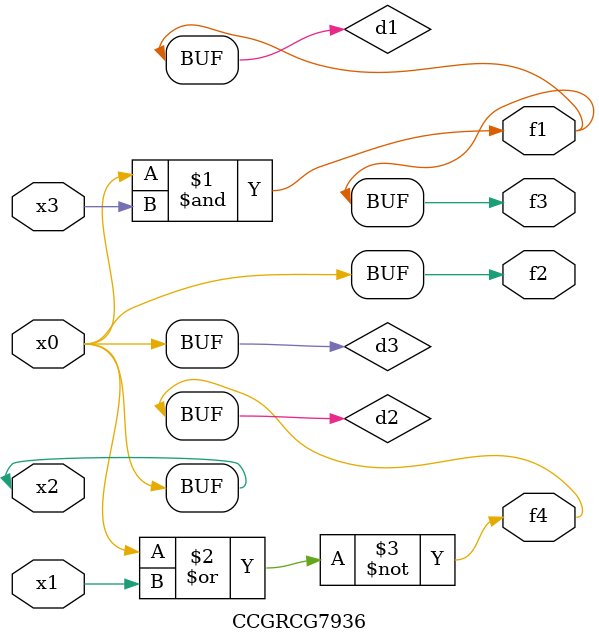
<source format=v>
module CCGRCG7936(
	input x0, x1, x2, x3,
	output f1, f2, f3, f4
);

	wire d1, d2, d3;

	and (d1, x2, x3);
	nor (d2, x0, x1);
	buf (d3, x0, x2);
	assign f1 = d1;
	assign f2 = d3;
	assign f3 = d1;
	assign f4 = d2;
endmodule

</source>
